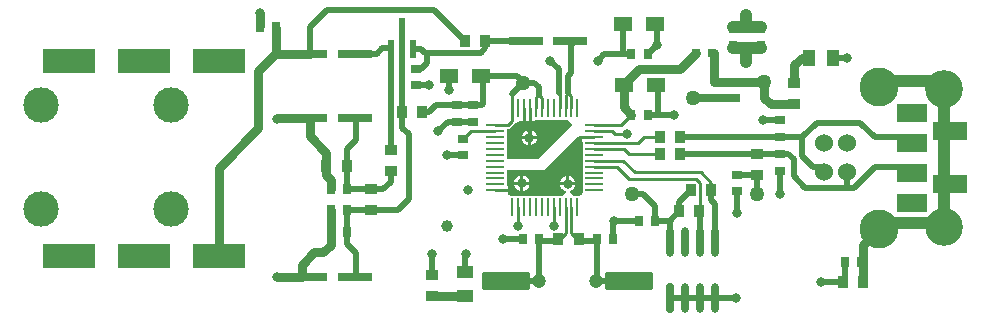
<source format=gtl>
G04*
G04 #@! TF.GenerationSoftware,Altium Limited,Altium Designer,23.3.1 (30)*
G04*
G04 Layer_Physical_Order=1*
G04 Layer_Color=255*
%FSLAX44Y44*%
%MOMM*%
G71*
G04*
G04 #@! TF.SameCoordinates,32BE7C2C-7CF3-4A85-95D1-8DFA17E00509*
G04*
G04*
G04 #@! TF.FilePolarity,Positive*
G04*
G01*
G75*
%ADD11C,0.5000*%
%ADD13C,0.2540*%
%ADD45R,0.8500X1.0000*%
%ADD46R,1.0000X0.8500*%
%ADD47R,1.1000X1.4000*%
%ADD48R,1.4000X1.1000*%
G04:AMPARAMS|DCode=49|XSize=1.5mm|YSize=4mm|CornerRadius=0.075mm|HoleSize=0mm|Usage=FLASHONLY|Rotation=270.000|XOffset=0mm|YOffset=0mm|HoleType=Round|Shape=RoundedRectangle|*
%AMROUNDEDRECTD49*
21,1,1.5000,3.8500,0,0,270.0*
21,1,1.3500,4.0000,0,0,270.0*
1,1,0.1500,-1.9250,-0.6750*
1,1,0.1500,-1.9250,0.6750*
1,1,0.1500,1.9250,0.6750*
1,1,0.1500,1.9250,-0.6750*
%
%ADD49ROUNDEDRECTD49*%
G04:AMPARAMS|DCode=50|XSize=0.7mm|YSize=2.5mm|CornerRadius=0.175mm|HoleSize=0mm|Usage=FLASHONLY|Rotation=180.000|XOffset=0mm|YOffset=0mm|HoleType=Round|Shape=RoundedRectangle|*
%AMROUNDEDRECTD50*
21,1,0.7000,2.1500,0,0,180.0*
21,1,0.3500,2.5000,0,0,180.0*
1,1,0.3500,-0.1750,1.0750*
1,1,0.3500,0.1750,1.0750*
1,1,0.3500,0.1750,-1.0750*
1,1,0.3500,-0.1750,-1.0750*
%
%ADD50ROUNDEDRECTD50*%
%ADD51O,0.7000X2.5000*%
%ADD52R,0.6000X1.6000*%
%ADD53R,0.8000X0.7500*%
%ADD54R,0.7500X0.8000*%
%ADD55R,0.8000X0.9000*%
%ADD56R,0.9000X0.8000*%
%ADD57R,3.0000X0.8000*%
%ADD58R,1.6000X1.2000*%
%ADD59R,1.5600X0.2800*%
%ADD60R,0.2800X1.5600*%
%ADD61C,0.7500*%
%ADD62C,1.0000*%
%ADD63C,0.7000*%
%ADD64C,0.8000*%
%ADD65C,1.5240*%
%ADD66C,3.3000*%
%ADD67C,1.2000*%
%ADD68R,2.5400X1.5000*%
%ADD69R,1.4995X1.4995*%
%ADD70C,3.2000*%
%ADD71R,4.5000X2.0000*%
%ADD72C,1.2700*%
%ADD73C,0.8000*%
%ADD74C,1.0000*%
%ADD75C,3.0000*%
G36*
X444180Y166640D02*
X446850D01*
Y167180D01*
X475112D01*
X476319Y165847D01*
X478500Y162750D01*
X472000Y156250D01*
X450000Y134250D01*
X423410D01*
Y139280D01*
X423410D01*
Y150280D01*
X423410Y151080D01*
X423410Y151080D01*
X423410Y154280D01*
X423410Y154280D01*
X423410Y155080D01*
Y159346D01*
X423930D01*
X425206Y159600D01*
X426288Y160322D01*
X430268Y164302D01*
X430682Y164922D01*
X433970Y166640D01*
X436640D01*
Y176980D01*
X439180D01*
Y166640D01*
X441640D01*
Y176980D01*
X444180D01*
Y166640D01*
D02*
G37*
G36*
X486870Y151213D02*
Y148740D01*
X487410D01*
Y139280D01*
Y129280D01*
Y119280D01*
Y106724D01*
X486571Y104019D01*
X483866Y103180D01*
X479851D01*
X476820Y105518D01*
X476457Y106878D01*
X476754Y107001D01*
X478048Y107537D01*
X479414Y108586D01*
X480463Y109952D01*
X481122Y111543D01*
X481179Y111980D01*
X468321D01*
X468378Y111543D01*
X469037Y109952D01*
X470086Y108586D01*
X471452Y107537D01*
X472746Y107001D01*
X473043Y106878D01*
X472943Y106504D01*
X472323Y105243D01*
X469649Y103180D01*
X459510D01*
Y103180D01*
X451310D01*
Y103180D01*
X427718D01*
X424438Y103667D01*
X424030Y106410D01*
X413610D01*
Y108950D01*
X423950D01*
Y111620D01*
X423410D01*
Y125250D01*
X455250D01*
X482870Y152870D01*
X486870Y151213D01*
D02*
G37*
%LPC*%
G36*
X443490Y158649D02*
Y153490D01*
X448649D01*
X448592Y153927D01*
X447933Y155518D01*
X446884Y156884D01*
X445518Y157933D01*
X443927Y158592D01*
X443490Y158649D01*
D02*
G37*
G36*
X440950D02*
X440513Y158592D01*
X438922Y157933D01*
X437556Y156884D01*
X436507Y155518D01*
X435848Y153927D01*
X435791Y153490D01*
X440950D01*
Y158649D01*
D02*
G37*
G36*
X448649Y150950D02*
X443490D01*
Y145791D01*
X443927Y145848D01*
X445518Y146507D01*
X446884Y147556D01*
X447933Y148922D01*
X448592Y150513D01*
X448649Y150950D01*
D02*
G37*
G36*
X440950D02*
X435791D01*
X435848Y150513D01*
X436507Y148922D01*
X437556Y147556D01*
X438922Y146507D01*
X440513Y145848D01*
X440950Y145791D01*
Y150950D01*
D02*
G37*
G36*
X437270Y120179D02*
Y115020D01*
X442429D01*
X442372Y115457D01*
X441713Y117048D01*
X440664Y118414D01*
X439298Y119463D01*
X437707Y120122D01*
X437270Y120179D01*
D02*
G37*
G36*
X434730D02*
X434293Y120122D01*
X432702Y119463D01*
X431336Y118414D01*
X430287Y117048D01*
X429628Y115457D01*
X429571Y115020D01*
X434730D01*
Y120179D01*
D02*
G37*
G36*
X476020Y119679D02*
Y114520D01*
X481179D01*
X481122Y114957D01*
X480463Y116548D01*
X479414Y117914D01*
X478048Y118963D01*
X476457Y119622D01*
X476020Y119679D01*
D02*
G37*
G36*
X473480D02*
X473043Y119622D01*
X471452Y118963D01*
X470086Y117914D01*
X469037Y116548D01*
X468378Y114957D01*
X468321Y114520D01*
X473480D01*
Y119679D01*
D02*
G37*
G36*
X442429Y112480D02*
X437270D01*
Y107321D01*
X437707Y107378D01*
X439298Y108037D01*
X440664Y109086D01*
X441713Y110452D01*
X442372Y112043D01*
X442429Y112480D01*
D02*
G37*
G36*
X434730D02*
X429571D01*
X429628Y112043D01*
X430287Y110452D01*
X431336Y109086D01*
X432702Y108037D01*
X434293Y107378D01*
X434730Y107321D01*
Y112480D01*
D02*
G37*
%LPD*%
D11*
X499380Y30960D02*
Y65100D01*
X450580Y65100D02*
X466630D01*
X450580Y30960D02*
Y65100D01*
X561050Y81960D02*
X568810Y89720D01*
X450580Y65100D02*
X450580Y65100D01*
X499380Y65100D02*
X499380Y65100D01*
X388100Y38500D02*
Y52350D01*
X609044Y138220D02*
X616920D01*
X405140Y234190D02*
X434950D01*
X609044Y138220D02*
X634920D01*
X570030Y152760D02*
X654820D01*
X661530Y138220D02*
X666000Y133750D01*
X570030Y138220D02*
X609044D01*
X568810Y89720D02*
Y97500D01*
X578970Y107660D01*
X596470Y99030D02*
Y107660D01*
Y99030D02*
X599150Y96350D01*
X617820Y120720D02*
X634750D01*
X529540Y104250D02*
X538790D01*
X548400Y94640D01*
X431800Y204200D02*
X437250Y198750D01*
X402674Y204200D02*
X431800D01*
X401250Y224000D02*
X405140Y227890D01*
Y234190D01*
X351760Y173640D02*
X357640D01*
X363559Y179559D01*
X402674Y204200D02*
X404750Y202124D01*
X401559Y179559D02*
X402674Y180674D01*
X586450Y59110D02*
Y64110D01*
Y89580D01*
X561050Y59110D02*
Y64110D01*
Y81960D01*
X599150Y59110D02*
Y64110D01*
Y96350D01*
X287980Y142980D02*
X295440Y150440D01*
X287980Y108707D02*
X308400D01*
X309694Y110000D01*
X287980Y91207D02*
X308400D01*
X287980Y62020D02*
X295440Y54560D01*
Y34510D02*
Y54560D01*
X308400Y91207D02*
X331207D01*
X340000Y100000D01*
Y155000D01*
X334260Y160740D02*
X340000Y155000D01*
X654820Y152760D02*
X673241D01*
X542585Y171680D02*
X550960D01*
Y171750D01*
X564542Y171057D02*
Y171680D01*
X654820Y104570D02*
Y124220D01*
X617820Y88430D02*
Y106720D01*
X586450Y16110D02*
X599150D01*
X617640D01*
X360160Y36000D02*
Y53840D01*
X372420Y137420D02*
X386460D01*
X365000Y157500D02*
X373059Y165559D01*
X346500Y196700D02*
X357500D01*
X542585Y222820D02*
X550210Y230445D01*
X450580Y30960D02*
X451330D01*
X423830D02*
X450330D01*
X450580D01*
X500130D02*
X526630D01*
X527630D01*
X346500Y210700D02*
X350450D01*
X355250Y215500D01*
Y224000D02*
X401250D01*
X355250Y215500D02*
Y224000D01*
X353750D02*
X355250D01*
X350460Y227290D02*
X353750Y224000D01*
X343760Y227290D02*
X350460D01*
X317750Y228000D02*
X324050D01*
X324760Y227290D02*
Y230250D01*
X361580Y260250D02*
X387640Y234190D01*
X271000Y260250D02*
X361580D01*
X256440Y223290D02*
Y245690D01*
X271000Y260250D01*
X689320Y30320D02*
X707550D01*
X640000Y166760D02*
X652840D01*
Y167750D02*
X653830D01*
X654820Y166760D01*
X699002Y219998D02*
X710752D01*
X711000Y219750D01*
X685481Y165000D02*
X722500D01*
X673241Y152760D02*
X685481Y165000D01*
X722500D02*
X734896Y152604D01*
X673241Y136759D02*
Y152760D01*
Y136759D02*
X682746Y127254D01*
X717500Y110000D02*
X734704Y127204D01*
X666000Y120000D02*
X676000Y110000D01*
X666000Y120000D02*
Y133750D01*
X676000Y110000D02*
X717500D01*
X521710Y229695D02*
Y248400D01*
X500000Y217500D02*
X505320Y222820D01*
X521710Y224530D02*
Y248400D01*
X505320Y222820D02*
X528585D01*
X459870Y217500D02*
X467140Y210230D01*
Y190000D02*
Y210230D01*
X324760Y141850D02*
Y142410D01*
Y227290D01*
Y114760D02*
Y124350D01*
X308400Y108707D02*
X318707D01*
X324760Y114760D01*
X294440Y223290D02*
X313040D01*
X317750Y228000D01*
X709300Y32070D02*
Y47260D01*
X707550Y30320D02*
X709300Y32070D01*
X477910Y206760D02*
Y231150D01*
X475250Y204100D02*
X477910Y206760D01*
X475250Y190250D02*
Y204100D01*
X427910Y189410D02*
X437250Y198750D01*
X446570D01*
X450250Y195070D01*
Y188750D02*
Y195070D01*
X374174Y193076D02*
Y204200D01*
X711541Y110960D02*
Y122754D01*
Y127254D01*
X484130Y65100D02*
X499380D01*
X513380Y65100D02*
Y66350D01*
X419785D02*
X436580D01*
X513730Y81270D02*
X534890D01*
X513380Y66350D02*
Y80920D01*
X287980Y108707D02*
Y128390D01*
Y142980D01*
X295440Y150440D02*
Y168490D01*
Y169490D01*
X324200Y141850D02*
X324480Y142130D01*
X324760Y142410D01*
X373059Y165559D02*
X381232D01*
X394632D01*
X287980Y62020D02*
Y72340D01*
Y91207D01*
X334260Y160740D02*
Y173640D01*
Y245790D01*
X682746Y127254D02*
X691541D01*
X734896Y152604D02*
X765990D01*
X634920Y138220D02*
X654820D01*
X661530D01*
X734704Y127204D02*
X765990D01*
X477910Y231150D02*
X479050Y232290D01*
X481050Y234290D01*
X550210Y230445D02*
Y248400D01*
X548400Y81270D02*
X548890D01*
X560360D01*
X548400Y81270D02*
Y94640D01*
X634750Y104500D02*
Y120720D01*
X561050Y16110D02*
X573750D01*
X586450D01*
X550960Y171680D02*
X564542D01*
X550960D02*
Y196780D01*
X363559Y179559D02*
X381232D01*
X394632D01*
X401559D01*
X402674Y180674D02*
Y204200D01*
D13*
X482830Y65100D02*
X484130D01*
X477910Y71320D02*
X483505Y65725D01*
X484130Y65100D01*
X467255Y65725D02*
X472910Y71380D01*
X466630Y65100D02*
X467255Y65725D01*
X472910Y71380D02*
Y93380D01*
X477910Y71320D02*
Y93380D01*
X462910Y77660D02*
Y93380D01*
X527030Y138220D02*
X552530D01*
X497210Y142680D02*
X522570D01*
X527030Y138220D01*
X497210Y147680D02*
X534180D01*
X539260Y152760D01*
X552530D01*
X560360Y81270D02*
X561050Y81960D01*
X413610Y162680D02*
X423930D01*
X427910Y166660D01*
X386460Y151420D02*
X392720Y157680D01*
X586310Y89720D02*
X586990Y90400D01*
X497210Y127680D02*
X506742D01*
X586990Y90400D02*
Y114222D01*
X527000Y117500D02*
X583712D01*
X516820Y127680D02*
X527000Y117500D01*
X506742Y127680D02*
X516820D01*
X583712Y117500D02*
X586990Y114222D01*
X497210Y132680D02*
X521820D01*
X531500Y123000D01*
X587500D01*
X596470Y114030D01*
Y107660D02*
Y114030D01*
X390250Y107750D02*
X390320Y107680D01*
X437910Y162090D02*
Y176980D01*
X442910Y153145D02*
Y176980D01*
X442220Y152455D02*
X442910Y153145D01*
X437910Y162090D02*
X442220Y157780D01*
Y152455D02*
Y157780D01*
Y152220D02*
Y152455D01*
X497210Y162680D02*
X519585D01*
X528585Y171680D01*
X392720Y157680D02*
X413610D01*
X427910Y166660D02*
Y176980D01*
X485180Y152680D02*
X497210D01*
X481500Y149000D02*
X485180Y152680D01*
X497210Y157680D02*
X512320D01*
X514750Y155250D01*
X524750D01*
X432910Y77250D02*
Y93380D01*
X467910Y176980D02*
Y190000D01*
X477910Y176980D02*
Y187590D01*
X475250Y190250D02*
X477910Y187590D01*
X472910Y176980D02*
Y187910D01*
X475250Y190250D01*
X427910Y176980D02*
Y188000D01*
X447910Y176980D02*
Y186410D01*
X450250Y188750D01*
X452910Y176980D02*
Y186090D01*
X450250Y188750D02*
X452910Y186090D01*
X616645Y119545D02*
X616920Y119270D01*
X616195Y119995D02*
X616645Y119545D01*
X459870Y218630D02*
X460435Y218065D01*
D45*
X725050Y30320D02*
D03*
X707550D02*
D03*
X586310Y89720D02*
D03*
X568810D02*
D03*
X596470Y107660D02*
D03*
X578970D02*
D03*
X484130Y66350D02*
D03*
X466630D02*
D03*
X570030Y152760D02*
D03*
X552530D02*
D03*
X570030Y138220D02*
D03*
X552530D02*
D03*
X270390Y128390D02*
D03*
X287890D02*
D03*
X405140Y234190D02*
D03*
X387640D02*
D03*
X334260Y173640D02*
D03*
X351760D02*
D03*
D46*
X666767Y198183D02*
D03*
Y180683D02*
D03*
X634920Y138220D02*
D03*
Y120720D02*
D03*
X308400Y91207D02*
D03*
Y108707D02*
D03*
X324760Y124350D02*
D03*
Y141850D02*
D03*
X359998Y35748D02*
D03*
Y18248D02*
D03*
D47*
X679002Y219998D02*
D03*
X699002D02*
D03*
D48*
X388100Y38500D02*
D03*
Y18500D02*
D03*
D49*
X526630Y30960D02*
D03*
X422830D02*
D03*
D50*
X561050Y16110D02*
D03*
D51*
X573750Y16110D02*
D03*
X586450Y16110D02*
D03*
X599150D02*
D03*
X561050Y64110D02*
D03*
X573750Y64110D02*
D03*
X586450Y64110D02*
D03*
X599150D02*
D03*
D52*
X324760Y227290D02*
D03*
X343760Y227290D02*
D03*
X334260Y245790D02*
D03*
D53*
X614300Y243930D02*
D03*
Y230430D02*
D03*
X638380Y243930D02*
D03*
Y230430D02*
D03*
X617020Y185410D02*
D03*
Y198910D02*
D03*
X601720Y185410D02*
D03*
Y198910D02*
D03*
D54*
X583010Y223590D02*
D03*
X596510D02*
D03*
D55*
X723300Y47260D02*
D03*
X709300D02*
D03*
X513380Y66350D02*
D03*
X499380D02*
D03*
X436580Y66350D02*
D03*
X450580D02*
D03*
X227920Y246180D02*
D03*
X213920D02*
D03*
X273980Y108707D02*
D03*
X287980D02*
D03*
X273980Y72340D02*
D03*
X287980D02*
D03*
X273980Y91207D02*
D03*
X287980D02*
D03*
X528585Y222820D02*
D03*
X542585D02*
D03*
X534890Y81270D02*
D03*
X548890D02*
D03*
X542585Y171680D02*
D03*
X528585D02*
D03*
D56*
X617820Y106720D02*
D03*
Y120720D02*
D03*
X654820Y124220D02*
D03*
Y138220D02*
D03*
Y166760D02*
D03*
Y152760D02*
D03*
X346500Y210700D02*
D03*
Y196700D02*
D03*
X386460Y151420D02*
D03*
Y137420D02*
D03*
X394632Y179559D02*
D03*
Y165559D02*
D03*
X381232Y179559D02*
D03*
Y165559D02*
D03*
D57*
X256440Y168490D02*
D03*
X294440D02*
D03*
X256440Y223290D02*
D03*
X294440D02*
D03*
X256440Y34510D02*
D03*
X294440D02*
D03*
X439050Y234290D02*
D03*
X477050D02*
D03*
D58*
X521710Y248400D02*
D03*
X548710D02*
D03*
X374174Y204200D02*
D03*
X401174D02*
D03*
X549460Y196780D02*
D03*
X522460D02*
D03*
D59*
X413610Y107680D02*
D03*
Y112680D02*
D03*
Y117680D02*
D03*
Y122680D02*
D03*
Y127680D02*
D03*
X413610Y132680D02*
D03*
Y137680D02*
D03*
X413610Y142680D02*
D03*
Y147680D02*
D03*
X413610Y152680D02*
D03*
X413610Y157680D02*
D03*
Y162680D02*
D03*
X497210D02*
D03*
Y157680D02*
D03*
Y152680D02*
D03*
Y147680D02*
D03*
Y142680D02*
D03*
Y137680D02*
D03*
Y132680D02*
D03*
Y127680D02*
D03*
Y122680D02*
D03*
Y117680D02*
D03*
Y112680D02*
D03*
Y107680D02*
D03*
D60*
X427910Y176980D02*
D03*
X432910D02*
D03*
X437910D02*
D03*
X442910D02*
D03*
X447910D02*
D03*
X452910D02*
D03*
X457910D02*
D03*
X462910D02*
D03*
X467910D02*
D03*
X472910D02*
D03*
X477910D02*
D03*
X482910D02*
D03*
Y93380D02*
D03*
X477910D02*
D03*
X472910Y93380D02*
D03*
X467910Y93380D02*
D03*
X462910D02*
D03*
X457910Y93380D02*
D03*
X452910D02*
D03*
X447910Y93380D02*
D03*
X442910D02*
D03*
X437910D02*
D03*
X432910D02*
D03*
X427910D02*
D03*
D61*
X249440Y34510D02*
Y44440D01*
X260000Y55000D01*
X267500D01*
X273980Y61480D01*
X569420Y210000D02*
X583010Y223590D01*
X522460Y196780D02*
Y197460D01*
X535000Y210000D01*
X569420D01*
X522460Y177805D02*
Y196780D01*
Y177805D02*
X528585Y171680D01*
X256440Y153560D02*
X270390Y139610D01*
X256440Y153560D02*
Y168490D01*
X270390Y120360D02*
X273980Y116770D01*
Y108707D02*
Y116770D01*
X229000Y168490D02*
X256440D01*
X228760Y34260D02*
X249190D01*
X672748Y219998D02*
X679002D01*
X666767Y214017D02*
X672748Y219998D01*
X666767Y198183D02*
Y214017D01*
X646567Y180683D02*
X666767D01*
X641250Y186000D02*
X646567Y180683D01*
X641250Y186000D02*
Y199250D01*
Y199280D01*
X213930Y246830D02*
Y257750D01*
X270390Y120360D02*
Y128390D01*
Y139610D01*
X598510Y199280D02*
Y223590D01*
Y199280D02*
X601720D01*
X617020D01*
X641250D01*
X273980Y61480D02*
Y72340D01*
Y91207D01*
D62*
X625499Y245930D02*
Y255999D01*
Y216001D02*
Y228430D01*
X792990Y81254D02*
Y107560D01*
X748887Y200000D02*
X781244D01*
X738641Y189754D02*
X741390Y192504D01*
X748887Y200000D01*
X738641Y80000D02*
X784244D01*
X790240Y74004D02*
X792990Y71254D01*
X784244Y80000D02*
X790240Y74004D01*
X792990Y71254D02*
Y76754D01*
Y81254D01*
Y71254D02*
X799240D01*
X792990Y81254D02*
Y113060D01*
Y158018D01*
Y188254D01*
X790240Y191004D02*
X792990Y188254D01*
X781244Y200000D02*
X790240Y191004D01*
X792990Y188254D02*
X799240D01*
X614300Y245930D02*
X625499D01*
X638380D01*
X614300Y228430D02*
X625499D01*
X638380D01*
D63*
X581010Y185410D02*
X601720D01*
X617020D01*
D64*
X360250Y18500D02*
X388100D01*
X359998Y18248D02*
X360250Y18500D01*
X227680Y224250D02*
Y245330D01*
X738641Y75254D02*
Y79754D01*
X725050Y61663D02*
X738641Y75254D01*
X212500Y160000D02*
Y209070D01*
X226720Y223290D01*
X227680Y224250D01*
X226720Y223290D02*
X256440D01*
X179420Y126920D02*
X212500Y160000D01*
X725050Y30320D02*
Y47260D01*
Y61663D01*
X179420Y46480D02*
Y52240D01*
Y126920D01*
D65*
X691541Y147754D02*
D03*
Y122754D02*
D03*
X711541Y122754D02*
D03*
Y147754D02*
D03*
D66*
X738641Y195254D02*
D03*
X738641Y75254D02*
D03*
D67*
X450330Y30960D02*
D03*
X499130D02*
D03*
D68*
X765990Y173504D02*
D03*
Y148104D02*
D03*
Y122704D02*
D03*
Y97304D02*
D03*
D69*
X791466Y158018D02*
D03*
Y113060D02*
D03*
X805453Y158018D02*
D03*
Y113060D02*
D03*
D70*
X792990Y76754D02*
D03*
Y193754D02*
D03*
D71*
X52502Y52240D02*
D03*
X116002D02*
D03*
X179502D02*
D03*
X52502Y217340D02*
D03*
X116002D02*
D03*
X179502D02*
D03*
D72*
X581010Y185410D02*
D03*
X641250Y199250D02*
D03*
X529540Y104250D02*
D03*
X634750Y104500D02*
D03*
X437250Y198750D02*
D03*
D73*
X390250Y107750D02*
D03*
X564542Y171057D02*
D03*
X654820Y104570D02*
D03*
X617820Y88430D02*
D03*
X617640Y16110D02*
D03*
X419785Y66350D02*
D03*
X360160Y53840D02*
D03*
X372420Y137420D02*
D03*
X365000Y157500D02*
D03*
X550210Y230445D02*
D03*
X625499Y216001D02*
D03*
Y255999D02*
D03*
X442220Y152220D02*
D03*
X228760Y34260D02*
D03*
Y168250D02*
D03*
X436000Y113750D02*
D03*
X474750Y113250D02*
D03*
X524750Y155250D02*
D03*
X462910Y77660D02*
D03*
X388250Y53500D02*
D03*
X432910Y77250D02*
D03*
X689320Y30320D02*
D03*
X640000Y166760D02*
D03*
X711000Y219750D02*
D03*
X459870Y217500D02*
D03*
X500000D02*
D03*
X213930Y257750D02*
D03*
X357500Y196700D02*
D03*
X374174Y192500D02*
D03*
X513730Y81270D02*
D03*
D74*
X372500Y77250D02*
D03*
D75*
X139080Y179500D02*
D03*
Y92000D02*
D03*
X29080D02*
D03*
Y179500D02*
D03*
M02*

</source>
